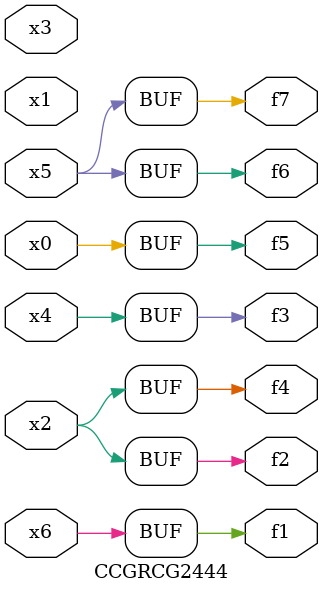
<source format=v>
module CCGRCG2444(
	input x0, x1, x2, x3, x4, x5, x6,
	output f1, f2, f3, f4, f5, f6, f7
);
	assign f1 = x6;
	assign f2 = x2;
	assign f3 = x4;
	assign f4 = x2;
	assign f5 = x0;
	assign f6 = x5;
	assign f7 = x5;
endmodule

</source>
